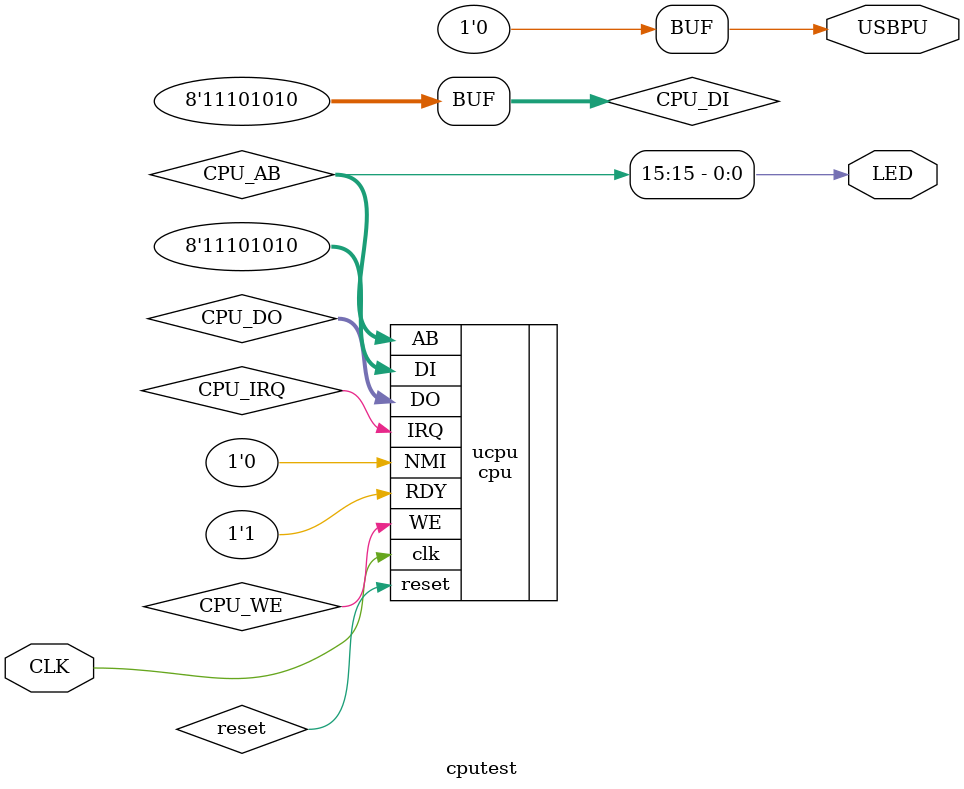
<source format=v>
`default_nettype none
`include "../verilog-6502/ALU.v"
`include "../verilog-6502/cpu.v"

module cputest (CLK, LED, USBPU);
    input wire CLK;    // 16MHz clock
    output wire LED;   // User/boot LED next to power LED
    output wire USBPU; // USB pull-up resistor

    // drive USB pull-up resistor to '0' to disable USB
    assign USBPU = 0;

    // The 6502
    wire [15:0] CPU_AB;
    wire [7:0] CPU_DI=8'hEA;
    wire [7:0] CPU_DO;
    wire CPU_WE, CPU_IRQ;
    wire reset;
    cpu ucpu(
        .clk(CLK),
        .reset(reset),
        .AB(CPU_AB),
        .DI(CPU_DI),
        .DO(CPU_DO),
        .WE(CPU_WE),
        .IRQ(CPU_IRQ),
        .NMI(1'b0),
        .RDY(1'b1)
    );

    always @(*)
        CPU_DI=8'hEA;

    assign LED=CPU_AB[15];

endmodule

</source>
